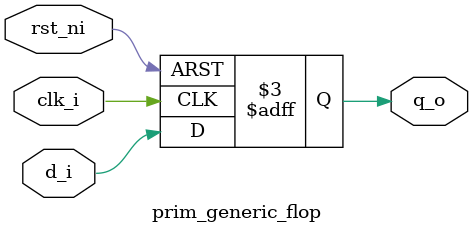
<source format=v>
module prim_generic_flop (
	clk_i,
	rst_ni,
	d_i,
	q_o
);
	parameter signed [31:0] Width = 1;
	parameter [Width - 1:0] ResetValue = 0;
	input clk_i;
	input rst_ni;
	input [Width - 1:0] d_i;
	output reg [Width - 1:0] q_o;
	always @(posedge clk_i or negedge rst_ni)
		if (!rst_ni)
			q_o <= ResetValue;
		else
			q_o <= d_i;
endmodule

</source>
